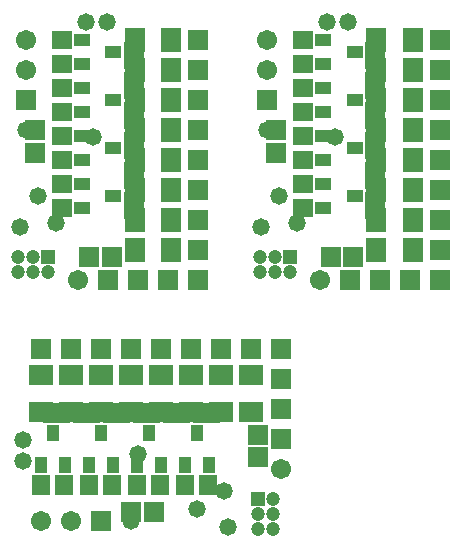
<source format=gbs>
%FSLAX24Y24*%
%MOIN*%
G70*
G01*
G75*
G04 Layer_Color=16711935*
%ADD10R,0.0748X0.0591*%
%ADD11R,0.0551X0.0591*%
%ADD12R,0.1000X0.0260*%
%ADD13C,0.0120*%
%ADD14C,0.0250*%
%ADD15C,0.0200*%
%ADD16R,0.0591X0.0748*%
%ADD17R,0.0591X0.0551*%
%ADD18R,0.0260X0.1000*%
%ADD19R,0.0591X0.0591*%
%ADD20C,0.0394*%
%ADD21R,0.0394X0.0394*%
%ADD22C,0.0591*%
%ADD23R,0.0591X0.0591*%
%ADD24C,0.0500*%
%ADD25R,0.0394X0.0394*%
%ADD26R,0.0315X0.0512*%
%ADD27R,0.0320X0.0500*%
%ADD28R,0.0591X0.0630*%
%ADD29R,0.0630X0.0591*%
%ADD30R,0.0512X0.0315*%
%ADD31R,0.0500X0.0320*%
%ADD32R,0.0630X0.0591*%
%ADD33C,0.0079*%
%ADD34C,0.0050*%
%ADD35R,0.0828X0.0671*%
%ADD36R,0.0631X0.0671*%
%ADD37R,0.1080X0.0340*%
%ADD38R,0.0671X0.0828*%
%ADD39R,0.0671X0.0631*%
%ADD40R,0.0340X0.1080*%
%ADD41R,0.0671X0.0671*%
%ADD42C,0.0474*%
%ADD43R,0.0474X0.0474*%
%ADD44C,0.0671*%
%ADD45R,0.0671X0.0671*%
%ADD46C,0.0580*%
%ADD47R,0.0474X0.0474*%
%ADD48R,0.0472X0.0669*%
%ADD49R,0.0400X0.0580*%
%ADD50R,0.0671X0.0710*%
%ADD51R,0.0710X0.0671*%
%ADD52R,0.0669X0.0472*%
%ADD53R,0.0580X0.0400*%
%ADD54R,0.0710X0.0671*%
D35*
X35650Y28440D02*
D03*
Y29660D02*
D03*
X33650Y28440D02*
D03*
Y29660D02*
D03*
X32650Y28440D02*
D03*
Y29660D02*
D03*
X34650Y28440D02*
D03*
Y29660D02*
D03*
X36650Y28440D02*
D03*
Y29660D02*
D03*
X38650Y28440D02*
D03*
Y29660D02*
D03*
X37650Y28440D02*
D03*
Y29660D02*
D03*
X31650Y28440D02*
D03*
Y29660D02*
D03*
D36*
X33256Y26000D02*
D03*
X34044D02*
D03*
X31656D02*
D03*
X32444D02*
D03*
X36456D02*
D03*
X37244D02*
D03*
X34856D02*
D03*
X35644D02*
D03*
D38*
X42840Y36850D02*
D03*
X44060D02*
D03*
X42840Y38850D02*
D03*
X44060D02*
D03*
X42840Y39850D02*
D03*
X44060D02*
D03*
X42840Y37850D02*
D03*
X44060D02*
D03*
X42840Y35850D02*
D03*
X44060D02*
D03*
X42840Y33850D02*
D03*
X44060D02*
D03*
X42840Y34850D02*
D03*
X44060D02*
D03*
X42840Y40850D02*
D03*
X44060D02*
D03*
X34790Y36850D02*
D03*
X36010D02*
D03*
X34790Y38850D02*
D03*
X36010D02*
D03*
X34790Y39850D02*
D03*
X36010D02*
D03*
X34790Y37850D02*
D03*
X36010D02*
D03*
X34790Y35850D02*
D03*
X36010D02*
D03*
X34790Y33850D02*
D03*
X36010D02*
D03*
X34790Y34850D02*
D03*
X36010D02*
D03*
X34790Y40850D02*
D03*
X36010D02*
D03*
D39*
X40400Y39244D02*
D03*
Y38456D02*
D03*
Y40844D02*
D03*
Y40056D02*
D03*
Y36044D02*
D03*
Y35256D02*
D03*
Y37644D02*
D03*
Y36856D02*
D03*
X32350Y39244D02*
D03*
Y38456D02*
D03*
Y40844D02*
D03*
Y40056D02*
D03*
Y36044D02*
D03*
Y35256D02*
D03*
Y37644D02*
D03*
Y36856D02*
D03*
D41*
X39650Y28550D02*
D03*
X35650Y30550D02*
D03*
X34650D02*
D03*
X33650D02*
D03*
X32650D02*
D03*
X39650Y27550D02*
D03*
X31650Y30550D02*
D03*
X38650D02*
D03*
X37650D02*
D03*
X36650D02*
D03*
X39650Y29550D02*
D03*
Y30550D02*
D03*
X39200Y38850D02*
D03*
X31150D02*
D03*
D42*
X39400Y24550D02*
D03*
X38900D02*
D03*
X39400Y25050D02*
D03*
X38900D02*
D03*
X39400Y25550D02*
D03*
X38950Y33100D02*
D03*
Y33600D02*
D03*
X39450Y33100D02*
D03*
Y33600D02*
D03*
X39950Y33100D02*
D03*
X30900D02*
D03*
Y33600D02*
D03*
X31400Y33100D02*
D03*
Y33600D02*
D03*
X31900Y33100D02*
D03*
D43*
X38900Y25550D02*
D03*
D44*
X31650Y24800D02*
D03*
X32650D02*
D03*
X39650Y26550D02*
D03*
X39200Y40850D02*
D03*
Y39850D02*
D03*
X40950Y32850D02*
D03*
X31150Y40850D02*
D03*
Y39850D02*
D03*
X32900Y32850D02*
D03*
D45*
X33650Y24800D02*
D03*
X42950Y32850D02*
D03*
X44950Y36850D02*
D03*
Y37850D02*
D03*
Y38850D02*
D03*
Y39850D02*
D03*
X41950Y32850D02*
D03*
X44950Y40850D02*
D03*
Y33850D02*
D03*
Y34850D02*
D03*
Y35850D02*
D03*
X43950Y32850D02*
D03*
X44950D02*
D03*
X34900D02*
D03*
X36900Y36850D02*
D03*
Y37850D02*
D03*
Y38850D02*
D03*
Y39850D02*
D03*
X33900Y32850D02*
D03*
X36900Y40850D02*
D03*
Y33850D02*
D03*
Y34850D02*
D03*
Y35850D02*
D03*
X35900Y32850D02*
D03*
X36900D02*
D03*
D46*
X37900Y24600D02*
D03*
X34650Y24800D02*
D03*
X36850Y25200D02*
D03*
X37750Y25800D02*
D03*
X31050Y27500D02*
D03*
Y26800D02*
D03*
X34900Y27050D02*
D03*
X39000Y34600D02*
D03*
X39200Y37850D02*
D03*
X39600Y35650D02*
D03*
X40200Y34750D02*
D03*
X41900Y41450D02*
D03*
X41200D02*
D03*
X41450Y37600D02*
D03*
X30950Y34600D02*
D03*
X31150Y37850D02*
D03*
X31550Y35650D02*
D03*
X32150Y34750D02*
D03*
X33850Y41450D02*
D03*
X33150D02*
D03*
X33400Y37600D02*
D03*
D47*
X39950Y33600D02*
D03*
X31900D02*
D03*
D48*
X36950Y28400D02*
D03*
X37400D02*
D03*
X35950D02*
D03*
X36400D02*
D03*
X34950D02*
D03*
X35400D02*
D03*
X33950D02*
D03*
X34400D02*
D03*
X32950D02*
D03*
X33400D02*
D03*
X31950D02*
D03*
X32400D02*
D03*
D49*
X34050Y26675D02*
D03*
X33250D02*
D03*
X33650Y27725D02*
D03*
X32450Y26675D02*
D03*
X31650D02*
D03*
X32050Y27725D02*
D03*
X37250Y26675D02*
D03*
X36450D02*
D03*
X36850Y27725D02*
D03*
X35650Y26675D02*
D03*
X34850D02*
D03*
X35250Y27725D02*
D03*
D50*
X35424Y25100D02*
D03*
X34676D02*
D03*
X41326Y33600D02*
D03*
X42074D02*
D03*
X33276D02*
D03*
X34024D02*
D03*
D51*
X38900Y26926D02*
D03*
Y27674D02*
D03*
D52*
X42800Y35550D02*
D03*
Y35100D02*
D03*
Y36550D02*
D03*
Y36100D02*
D03*
Y37550D02*
D03*
Y37100D02*
D03*
Y38550D02*
D03*
Y38100D02*
D03*
Y39550D02*
D03*
Y39100D02*
D03*
Y40550D02*
D03*
Y40100D02*
D03*
X34750Y35550D02*
D03*
Y35100D02*
D03*
Y36550D02*
D03*
Y36100D02*
D03*
Y37550D02*
D03*
Y37100D02*
D03*
Y38550D02*
D03*
Y38100D02*
D03*
Y39550D02*
D03*
Y39100D02*
D03*
Y40550D02*
D03*
Y40100D02*
D03*
D53*
X41075Y38450D02*
D03*
Y39250D02*
D03*
X42125Y38850D02*
D03*
X41075Y40050D02*
D03*
Y40850D02*
D03*
X42125Y40450D02*
D03*
X41075Y35250D02*
D03*
Y36050D02*
D03*
X42125Y35650D02*
D03*
X41075Y36850D02*
D03*
Y37650D02*
D03*
X42125Y37250D02*
D03*
X33025Y38450D02*
D03*
Y39250D02*
D03*
X34075Y38850D02*
D03*
X33025Y40050D02*
D03*
Y40850D02*
D03*
X34075Y40450D02*
D03*
X33025Y35250D02*
D03*
Y36050D02*
D03*
X34075Y35650D02*
D03*
X33025Y36850D02*
D03*
Y37650D02*
D03*
X34075Y37250D02*
D03*
D54*
X39500Y37076D02*
D03*
Y37824D02*
D03*
X31450Y37076D02*
D03*
Y37824D02*
D03*
M02*

</source>
